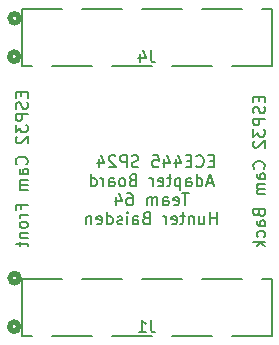
<source format=gbo>
%TF.GenerationSoftware,KiCad,Pcbnew,8.0.1*%
%TF.CreationDate,2024-04-01T15:48:33-05:00*%
%TF.ProjectId,adapter_board,61646170-7465-4725-9f62-6f6172642e6b,rev?*%
%TF.SameCoordinates,Original*%
%TF.FileFunction,Legend,Bot*%
%TF.FilePolarity,Positive*%
%FSLAX46Y46*%
G04 Gerber Fmt 4.6, Leading zero omitted, Abs format (unit mm)*
G04 Created by KiCad (PCBNEW 8.0.1) date 2024-04-01 15:48:33*
%MOMM*%
%LPD*%
G01*
G04 APERTURE LIST*
%ADD10C,0.150000*%
%ADD11C,0.508000*%
%ADD12C,0.152400*%
G04 APERTURE END LIST*
D10*
X170678214Y-70476177D02*
X170344881Y-70476177D01*
X170202024Y-70999987D02*
X170678214Y-70999987D01*
X170678214Y-70999987D02*
X170678214Y-69999987D01*
X170678214Y-69999987D02*
X170202024Y-69999987D01*
X169202024Y-70904748D02*
X169249643Y-70952368D01*
X169249643Y-70952368D02*
X169392500Y-70999987D01*
X169392500Y-70999987D02*
X169487738Y-70999987D01*
X169487738Y-70999987D02*
X169630595Y-70952368D01*
X169630595Y-70952368D02*
X169725833Y-70857129D01*
X169725833Y-70857129D02*
X169773452Y-70761891D01*
X169773452Y-70761891D02*
X169821071Y-70571415D01*
X169821071Y-70571415D02*
X169821071Y-70428558D01*
X169821071Y-70428558D02*
X169773452Y-70238082D01*
X169773452Y-70238082D02*
X169725833Y-70142844D01*
X169725833Y-70142844D02*
X169630595Y-70047606D01*
X169630595Y-70047606D02*
X169487738Y-69999987D01*
X169487738Y-69999987D02*
X169392500Y-69999987D01*
X169392500Y-69999987D02*
X169249643Y-70047606D01*
X169249643Y-70047606D02*
X169202024Y-70095225D01*
X168773452Y-70476177D02*
X168440119Y-70476177D01*
X168297262Y-70999987D02*
X168773452Y-70999987D01*
X168773452Y-70999987D02*
X168773452Y-69999987D01*
X168773452Y-69999987D02*
X168297262Y-69999987D01*
X167440119Y-70333320D02*
X167440119Y-70999987D01*
X167678214Y-69952368D02*
X167916309Y-70666653D01*
X167916309Y-70666653D02*
X167297262Y-70666653D01*
X166487738Y-70333320D02*
X166487738Y-70999987D01*
X166725833Y-69952368D02*
X166963928Y-70666653D01*
X166963928Y-70666653D02*
X166344881Y-70666653D01*
X165487738Y-69999987D02*
X165963928Y-69999987D01*
X165963928Y-69999987D02*
X166011547Y-70476177D01*
X166011547Y-70476177D02*
X165963928Y-70428558D01*
X165963928Y-70428558D02*
X165868690Y-70380939D01*
X165868690Y-70380939D02*
X165630595Y-70380939D01*
X165630595Y-70380939D02*
X165535357Y-70428558D01*
X165535357Y-70428558D02*
X165487738Y-70476177D01*
X165487738Y-70476177D02*
X165440119Y-70571415D01*
X165440119Y-70571415D02*
X165440119Y-70809510D01*
X165440119Y-70809510D02*
X165487738Y-70904748D01*
X165487738Y-70904748D02*
X165535357Y-70952368D01*
X165535357Y-70952368D02*
X165630595Y-70999987D01*
X165630595Y-70999987D02*
X165868690Y-70999987D01*
X165868690Y-70999987D02*
X165963928Y-70952368D01*
X165963928Y-70952368D02*
X166011547Y-70904748D01*
X164297261Y-70952368D02*
X164154404Y-70999987D01*
X164154404Y-70999987D02*
X163916309Y-70999987D01*
X163916309Y-70999987D02*
X163821071Y-70952368D01*
X163821071Y-70952368D02*
X163773452Y-70904748D01*
X163773452Y-70904748D02*
X163725833Y-70809510D01*
X163725833Y-70809510D02*
X163725833Y-70714272D01*
X163725833Y-70714272D02*
X163773452Y-70619034D01*
X163773452Y-70619034D02*
X163821071Y-70571415D01*
X163821071Y-70571415D02*
X163916309Y-70523796D01*
X163916309Y-70523796D02*
X164106785Y-70476177D01*
X164106785Y-70476177D02*
X164202023Y-70428558D01*
X164202023Y-70428558D02*
X164249642Y-70380939D01*
X164249642Y-70380939D02*
X164297261Y-70285701D01*
X164297261Y-70285701D02*
X164297261Y-70190463D01*
X164297261Y-70190463D02*
X164249642Y-70095225D01*
X164249642Y-70095225D02*
X164202023Y-70047606D01*
X164202023Y-70047606D02*
X164106785Y-69999987D01*
X164106785Y-69999987D02*
X163868690Y-69999987D01*
X163868690Y-69999987D02*
X163725833Y-70047606D01*
X163297261Y-70999987D02*
X163297261Y-69999987D01*
X163297261Y-69999987D02*
X162916309Y-69999987D01*
X162916309Y-69999987D02*
X162821071Y-70047606D01*
X162821071Y-70047606D02*
X162773452Y-70095225D01*
X162773452Y-70095225D02*
X162725833Y-70190463D01*
X162725833Y-70190463D02*
X162725833Y-70333320D01*
X162725833Y-70333320D02*
X162773452Y-70428558D01*
X162773452Y-70428558D02*
X162821071Y-70476177D01*
X162821071Y-70476177D02*
X162916309Y-70523796D01*
X162916309Y-70523796D02*
X163297261Y-70523796D01*
X162344880Y-70095225D02*
X162297261Y-70047606D01*
X162297261Y-70047606D02*
X162202023Y-69999987D01*
X162202023Y-69999987D02*
X161963928Y-69999987D01*
X161963928Y-69999987D02*
X161868690Y-70047606D01*
X161868690Y-70047606D02*
X161821071Y-70095225D01*
X161821071Y-70095225D02*
X161773452Y-70190463D01*
X161773452Y-70190463D02*
X161773452Y-70285701D01*
X161773452Y-70285701D02*
X161821071Y-70428558D01*
X161821071Y-70428558D02*
X162392499Y-70999987D01*
X162392499Y-70999987D02*
X161773452Y-70999987D01*
X160916309Y-70333320D02*
X160916309Y-70999987D01*
X161154404Y-69952368D02*
X161392499Y-70666653D01*
X161392499Y-70666653D02*
X160773452Y-70666653D01*
X170559167Y-72324216D02*
X170082977Y-72324216D01*
X170654405Y-72609931D02*
X170321072Y-71609931D01*
X170321072Y-71609931D02*
X169987739Y-72609931D01*
X169225834Y-72609931D02*
X169225834Y-71609931D01*
X169225834Y-72562312D02*
X169321072Y-72609931D01*
X169321072Y-72609931D02*
X169511548Y-72609931D01*
X169511548Y-72609931D02*
X169606786Y-72562312D01*
X169606786Y-72562312D02*
X169654405Y-72514692D01*
X169654405Y-72514692D02*
X169702024Y-72419454D01*
X169702024Y-72419454D02*
X169702024Y-72133740D01*
X169702024Y-72133740D02*
X169654405Y-72038502D01*
X169654405Y-72038502D02*
X169606786Y-71990883D01*
X169606786Y-71990883D02*
X169511548Y-71943264D01*
X169511548Y-71943264D02*
X169321072Y-71943264D01*
X169321072Y-71943264D02*
X169225834Y-71990883D01*
X168321072Y-72609931D02*
X168321072Y-72086121D01*
X168321072Y-72086121D02*
X168368691Y-71990883D01*
X168368691Y-71990883D02*
X168463929Y-71943264D01*
X168463929Y-71943264D02*
X168654405Y-71943264D01*
X168654405Y-71943264D02*
X168749643Y-71990883D01*
X168321072Y-72562312D02*
X168416310Y-72609931D01*
X168416310Y-72609931D02*
X168654405Y-72609931D01*
X168654405Y-72609931D02*
X168749643Y-72562312D01*
X168749643Y-72562312D02*
X168797262Y-72467073D01*
X168797262Y-72467073D02*
X168797262Y-72371835D01*
X168797262Y-72371835D02*
X168749643Y-72276597D01*
X168749643Y-72276597D02*
X168654405Y-72228978D01*
X168654405Y-72228978D02*
X168416310Y-72228978D01*
X168416310Y-72228978D02*
X168321072Y-72181359D01*
X167844881Y-71943264D02*
X167844881Y-72943264D01*
X167844881Y-71990883D02*
X167749643Y-71943264D01*
X167749643Y-71943264D02*
X167559167Y-71943264D01*
X167559167Y-71943264D02*
X167463929Y-71990883D01*
X167463929Y-71990883D02*
X167416310Y-72038502D01*
X167416310Y-72038502D02*
X167368691Y-72133740D01*
X167368691Y-72133740D02*
X167368691Y-72419454D01*
X167368691Y-72419454D02*
X167416310Y-72514692D01*
X167416310Y-72514692D02*
X167463929Y-72562312D01*
X167463929Y-72562312D02*
X167559167Y-72609931D01*
X167559167Y-72609931D02*
X167749643Y-72609931D01*
X167749643Y-72609931D02*
X167844881Y-72562312D01*
X167082976Y-71943264D02*
X166702024Y-71943264D01*
X166940119Y-71609931D02*
X166940119Y-72467073D01*
X166940119Y-72467073D02*
X166892500Y-72562312D01*
X166892500Y-72562312D02*
X166797262Y-72609931D01*
X166797262Y-72609931D02*
X166702024Y-72609931D01*
X165987738Y-72562312D02*
X166082976Y-72609931D01*
X166082976Y-72609931D02*
X166273452Y-72609931D01*
X166273452Y-72609931D02*
X166368690Y-72562312D01*
X166368690Y-72562312D02*
X166416309Y-72467073D01*
X166416309Y-72467073D02*
X166416309Y-72086121D01*
X166416309Y-72086121D02*
X166368690Y-71990883D01*
X166368690Y-71990883D02*
X166273452Y-71943264D01*
X166273452Y-71943264D02*
X166082976Y-71943264D01*
X166082976Y-71943264D02*
X165987738Y-71990883D01*
X165987738Y-71990883D02*
X165940119Y-72086121D01*
X165940119Y-72086121D02*
X165940119Y-72181359D01*
X165940119Y-72181359D02*
X166416309Y-72276597D01*
X165511547Y-72609931D02*
X165511547Y-71943264D01*
X165511547Y-72133740D02*
X165463928Y-72038502D01*
X165463928Y-72038502D02*
X165416309Y-71990883D01*
X165416309Y-71990883D02*
X165321071Y-71943264D01*
X165321071Y-71943264D02*
X165225833Y-71943264D01*
X163797261Y-72086121D02*
X163654404Y-72133740D01*
X163654404Y-72133740D02*
X163606785Y-72181359D01*
X163606785Y-72181359D02*
X163559166Y-72276597D01*
X163559166Y-72276597D02*
X163559166Y-72419454D01*
X163559166Y-72419454D02*
X163606785Y-72514692D01*
X163606785Y-72514692D02*
X163654404Y-72562312D01*
X163654404Y-72562312D02*
X163749642Y-72609931D01*
X163749642Y-72609931D02*
X164130594Y-72609931D01*
X164130594Y-72609931D02*
X164130594Y-71609931D01*
X164130594Y-71609931D02*
X163797261Y-71609931D01*
X163797261Y-71609931D02*
X163702023Y-71657550D01*
X163702023Y-71657550D02*
X163654404Y-71705169D01*
X163654404Y-71705169D02*
X163606785Y-71800407D01*
X163606785Y-71800407D02*
X163606785Y-71895645D01*
X163606785Y-71895645D02*
X163654404Y-71990883D01*
X163654404Y-71990883D02*
X163702023Y-72038502D01*
X163702023Y-72038502D02*
X163797261Y-72086121D01*
X163797261Y-72086121D02*
X164130594Y-72086121D01*
X162987737Y-72609931D02*
X163082975Y-72562312D01*
X163082975Y-72562312D02*
X163130594Y-72514692D01*
X163130594Y-72514692D02*
X163178213Y-72419454D01*
X163178213Y-72419454D02*
X163178213Y-72133740D01*
X163178213Y-72133740D02*
X163130594Y-72038502D01*
X163130594Y-72038502D02*
X163082975Y-71990883D01*
X163082975Y-71990883D02*
X162987737Y-71943264D01*
X162987737Y-71943264D02*
X162844880Y-71943264D01*
X162844880Y-71943264D02*
X162749642Y-71990883D01*
X162749642Y-71990883D02*
X162702023Y-72038502D01*
X162702023Y-72038502D02*
X162654404Y-72133740D01*
X162654404Y-72133740D02*
X162654404Y-72419454D01*
X162654404Y-72419454D02*
X162702023Y-72514692D01*
X162702023Y-72514692D02*
X162749642Y-72562312D01*
X162749642Y-72562312D02*
X162844880Y-72609931D01*
X162844880Y-72609931D02*
X162987737Y-72609931D01*
X161797261Y-72609931D02*
X161797261Y-72086121D01*
X161797261Y-72086121D02*
X161844880Y-71990883D01*
X161844880Y-71990883D02*
X161940118Y-71943264D01*
X161940118Y-71943264D02*
X162130594Y-71943264D01*
X162130594Y-71943264D02*
X162225832Y-71990883D01*
X161797261Y-72562312D02*
X161892499Y-72609931D01*
X161892499Y-72609931D02*
X162130594Y-72609931D01*
X162130594Y-72609931D02*
X162225832Y-72562312D01*
X162225832Y-72562312D02*
X162273451Y-72467073D01*
X162273451Y-72467073D02*
X162273451Y-72371835D01*
X162273451Y-72371835D02*
X162225832Y-72276597D01*
X162225832Y-72276597D02*
X162130594Y-72228978D01*
X162130594Y-72228978D02*
X161892499Y-72228978D01*
X161892499Y-72228978D02*
X161797261Y-72181359D01*
X161321070Y-72609931D02*
X161321070Y-71943264D01*
X161321070Y-72133740D02*
X161273451Y-72038502D01*
X161273451Y-72038502D02*
X161225832Y-71990883D01*
X161225832Y-71990883D02*
X161130594Y-71943264D01*
X161130594Y-71943264D02*
X161035356Y-71943264D01*
X160273451Y-72609931D02*
X160273451Y-71609931D01*
X160273451Y-72562312D02*
X160368689Y-72609931D01*
X160368689Y-72609931D02*
X160559165Y-72609931D01*
X160559165Y-72609931D02*
X160654403Y-72562312D01*
X160654403Y-72562312D02*
X160702022Y-72514692D01*
X160702022Y-72514692D02*
X160749641Y-72419454D01*
X160749641Y-72419454D02*
X160749641Y-72133740D01*
X160749641Y-72133740D02*
X160702022Y-72038502D01*
X160702022Y-72038502D02*
X160654403Y-71990883D01*
X160654403Y-71990883D02*
X160559165Y-71943264D01*
X160559165Y-71943264D02*
X160368689Y-71943264D01*
X160368689Y-71943264D02*
X160273451Y-71990883D01*
X168559166Y-73219875D02*
X167987738Y-73219875D01*
X168273452Y-74219875D02*
X168273452Y-73219875D01*
X167273452Y-74172256D02*
X167368690Y-74219875D01*
X167368690Y-74219875D02*
X167559166Y-74219875D01*
X167559166Y-74219875D02*
X167654404Y-74172256D01*
X167654404Y-74172256D02*
X167702023Y-74077017D01*
X167702023Y-74077017D02*
X167702023Y-73696065D01*
X167702023Y-73696065D02*
X167654404Y-73600827D01*
X167654404Y-73600827D02*
X167559166Y-73553208D01*
X167559166Y-73553208D02*
X167368690Y-73553208D01*
X167368690Y-73553208D02*
X167273452Y-73600827D01*
X167273452Y-73600827D02*
X167225833Y-73696065D01*
X167225833Y-73696065D02*
X167225833Y-73791303D01*
X167225833Y-73791303D02*
X167702023Y-73886541D01*
X166368690Y-74219875D02*
X166368690Y-73696065D01*
X166368690Y-73696065D02*
X166416309Y-73600827D01*
X166416309Y-73600827D02*
X166511547Y-73553208D01*
X166511547Y-73553208D02*
X166702023Y-73553208D01*
X166702023Y-73553208D02*
X166797261Y-73600827D01*
X166368690Y-74172256D02*
X166463928Y-74219875D01*
X166463928Y-74219875D02*
X166702023Y-74219875D01*
X166702023Y-74219875D02*
X166797261Y-74172256D01*
X166797261Y-74172256D02*
X166844880Y-74077017D01*
X166844880Y-74077017D02*
X166844880Y-73981779D01*
X166844880Y-73981779D02*
X166797261Y-73886541D01*
X166797261Y-73886541D02*
X166702023Y-73838922D01*
X166702023Y-73838922D02*
X166463928Y-73838922D01*
X166463928Y-73838922D02*
X166368690Y-73791303D01*
X165892499Y-74219875D02*
X165892499Y-73553208D01*
X165892499Y-73648446D02*
X165844880Y-73600827D01*
X165844880Y-73600827D02*
X165749642Y-73553208D01*
X165749642Y-73553208D02*
X165606785Y-73553208D01*
X165606785Y-73553208D02*
X165511547Y-73600827D01*
X165511547Y-73600827D02*
X165463928Y-73696065D01*
X165463928Y-73696065D02*
X165463928Y-74219875D01*
X165463928Y-73696065D02*
X165416309Y-73600827D01*
X165416309Y-73600827D02*
X165321071Y-73553208D01*
X165321071Y-73553208D02*
X165178214Y-73553208D01*
X165178214Y-73553208D02*
X165082975Y-73600827D01*
X165082975Y-73600827D02*
X165035356Y-73696065D01*
X165035356Y-73696065D02*
X165035356Y-74219875D01*
X163368690Y-73219875D02*
X163559166Y-73219875D01*
X163559166Y-73219875D02*
X163654404Y-73267494D01*
X163654404Y-73267494D02*
X163702023Y-73315113D01*
X163702023Y-73315113D02*
X163797261Y-73457970D01*
X163797261Y-73457970D02*
X163844880Y-73648446D01*
X163844880Y-73648446D02*
X163844880Y-74029398D01*
X163844880Y-74029398D02*
X163797261Y-74124636D01*
X163797261Y-74124636D02*
X163749642Y-74172256D01*
X163749642Y-74172256D02*
X163654404Y-74219875D01*
X163654404Y-74219875D02*
X163463928Y-74219875D01*
X163463928Y-74219875D02*
X163368690Y-74172256D01*
X163368690Y-74172256D02*
X163321071Y-74124636D01*
X163321071Y-74124636D02*
X163273452Y-74029398D01*
X163273452Y-74029398D02*
X163273452Y-73791303D01*
X163273452Y-73791303D02*
X163321071Y-73696065D01*
X163321071Y-73696065D02*
X163368690Y-73648446D01*
X163368690Y-73648446D02*
X163463928Y-73600827D01*
X163463928Y-73600827D02*
X163654404Y-73600827D01*
X163654404Y-73600827D02*
X163749642Y-73648446D01*
X163749642Y-73648446D02*
X163797261Y-73696065D01*
X163797261Y-73696065D02*
X163844880Y-73791303D01*
X162416309Y-73553208D02*
X162416309Y-74219875D01*
X162654404Y-73172256D02*
X162892499Y-73886541D01*
X162892499Y-73886541D02*
X162273452Y-73886541D01*
X170916309Y-75829819D02*
X170916309Y-74829819D01*
X170916309Y-75306009D02*
X170344881Y-75306009D01*
X170344881Y-75829819D02*
X170344881Y-74829819D01*
X169440119Y-75163152D02*
X169440119Y-75829819D01*
X169868690Y-75163152D02*
X169868690Y-75686961D01*
X169868690Y-75686961D02*
X169821071Y-75782200D01*
X169821071Y-75782200D02*
X169725833Y-75829819D01*
X169725833Y-75829819D02*
X169582976Y-75829819D01*
X169582976Y-75829819D02*
X169487738Y-75782200D01*
X169487738Y-75782200D02*
X169440119Y-75734580D01*
X168963928Y-75163152D02*
X168963928Y-75829819D01*
X168963928Y-75258390D02*
X168916309Y-75210771D01*
X168916309Y-75210771D02*
X168821071Y-75163152D01*
X168821071Y-75163152D02*
X168678214Y-75163152D01*
X168678214Y-75163152D02*
X168582976Y-75210771D01*
X168582976Y-75210771D02*
X168535357Y-75306009D01*
X168535357Y-75306009D02*
X168535357Y-75829819D01*
X168202023Y-75163152D02*
X167821071Y-75163152D01*
X168059166Y-74829819D02*
X168059166Y-75686961D01*
X168059166Y-75686961D02*
X168011547Y-75782200D01*
X168011547Y-75782200D02*
X167916309Y-75829819D01*
X167916309Y-75829819D02*
X167821071Y-75829819D01*
X167106785Y-75782200D02*
X167202023Y-75829819D01*
X167202023Y-75829819D02*
X167392499Y-75829819D01*
X167392499Y-75829819D02*
X167487737Y-75782200D01*
X167487737Y-75782200D02*
X167535356Y-75686961D01*
X167535356Y-75686961D02*
X167535356Y-75306009D01*
X167535356Y-75306009D02*
X167487737Y-75210771D01*
X167487737Y-75210771D02*
X167392499Y-75163152D01*
X167392499Y-75163152D02*
X167202023Y-75163152D01*
X167202023Y-75163152D02*
X167106785Y-75210771D01*
X167106785Y-75210771D02*
X167059166Y-75306009D01*
X167059166Y-75306009D02*
X167059166Y-75401247D01*
X167059166Y-75401247D02*
X167535356Y-75496485D01*
X166630594Y-75829819D02*
X166630594Y-75163152D01*
X166630594Y-75353628D02*
X166582975Y-75258390D01*
X166582975Y-75258390D02*
X166535356Y-75210771D01*
X166535356Y-75210771D02*
X166440118Y-75163152D01*
X166440118Y-75163152D02*
X166344880Y-75163152D01*
X164916308Y-75306009D02*
X164773451Y-75353628D01*
X164773451Y-75353628D02*
X164725832Y-75401247D01*
X164725832Y-75401247D02*
X164678213Y-75496485D01*
X164678213Y-75496485D02*
X164678213Y-75639342D01*
X164678213Y-75639342D02*
X164725832Y-75734580D01*
X164725832Y-75734580D02*
X164773451Y-75782200D01*
X164773451Y-75782200D02*
X164868689Y-75829819D01*
X164868689Y-75829819D02*
X165249641Y-75829819D01*
X165249641Y-75829819D02*
X165249641Y-74829819D01*
X165249641Y-74829819D02*
X164916308Y-74829819D01*
X164916308Y-74829819D02*
X164821070Y-74877438D01*
X164821070Y-74877438D02*
X164773451Y-74925057D01*
X164773451Y-74925057D02*
X164725832Y-75020295D01*
X164725832Y-75020295D02*
X164725832Y-75115533D01*
X164725832Y-75115533D02*
X164773451Y-75210771D01*
X164773451Y-75210771D02*
X164821070Y-75258390D01*
X164821070Y-75258390D02*
X164916308Y-75306009D01*
X164916308Y-75306009D02*
X165249641Y-75306009D01*
X163821070Y-75829819D02*
X163821070Y-75306009D01*
X163821070Y-75306009D02*
X163868689Y-75210771D01*
X163868689Y-75210771D02*
X163963927Y-75163152D01*
X163963927Y-75163152D02*
X164154403Y-75163152D01*
X164154403Y-75163152D02*
X164249641Y-75210771D01*
X163821070Y-75782200D02*
X163916308Y-75829819D01*
X163916308Y-75829819D02*
X164154403Y-75829819D01*
X164154403Y-75829819D02*
X164249641Y-75782200D01*
X164249641Y-75782200D02*
X164297260Y-75686961D01*
X164297260Y-75686961D02*
X164297260Y-75591723D01*
X164297260Y-75591723D02*
X164249641Y-75496485D01*
X164249641Y-75496485D02*
X164154403Y-75448866D01*
X164154403Y-75448866D02*
X163916308Y-75448866D01*
X163916308Y-75448866D02*
X163821070Y-75401247D01*
X163344879Y-75829819D02*
X163344879Y-75163152D01*
X163344879Y-74829819D02*
X163392498Y-74877438D01*
X163392498Y-74877438D02*
X163344879Y-74925057D01*
X163344879Y-74925057D02*
X163297260Y-74877438D01*
X163297260Y-74877438D02*
X163344879Y-74829819D01*
X163344879Y-74829819D02*
X163344879Y-74925057D01*
X162916308Y-75782200D02*
X162821070Y-75829819D01*
X162821070Y-75829819D02*
X162630594Y-75829819D01*
X162630594Y-75829819D02*
X162535356Y-75782200D01*
X162535356Y-75782200D02*
X162487737Y-75686961D01*
X162487737Y-75686961D02*
X162487737Y-75639342D01*
X162487737Y-75639342D02*
X162535356Y-75544104D01*
X162535356Y-75544104D02*
X162630594Y-75496485D01*
X162630594Y-75496485D02*
X162773451Y-75496485D01*
X162773451Y-75496485D02*
X162868689Y-75448866D01*
X162868689Y-75448866D02*
X162916308Y-75353628D01*
X162916308Y-75353628D02*
X162916308Y-75306009D01*
X162916308Y-75306009D02*
X162868689Y-75210771D01*
X162868689Y-75210771D02*
X162773451Y-75163152D01*
X162773451Y-75163152D02*
X162630594Y-75163152D01*
X162630594Y-75163152D02*
X162535356Y-75210771D01*
X161630594Y-75829819D02*
X161630594Y-74829819D01*
X161630594Y-75782200D02*
X161725832Y-75829819D01*
X161725832Y-75829819D02*
X161916308Y-75829819D01*
X161916308Y-75829819D02*
X162011546Y-75782200D01*
X162011546Y-75782200D02*
X162059165Y-75734580D01*
X162059165Y-75734580D02*
X162106784Y-75639342D01*
X162106784Y-75639342D02*
X162106784Y-75353628D01*
X162106784Y-75353628D02*
X162059165Y-75258390D01*
X162059165Y-75258390D02*
X162011546Y-75210771D01*
X162011546Y-75210771D02*
X161916308Y-75163152D01*
X161916308Y-75163152D02*
X161725832Y-75163152D01*
X161725832Y-75163152D02*
X161630594Y-75210771D01*
X160773451Y-75782200D02*
X160868689Y-75829819D01*
X160868689Y-75829819D02*
X161059165Y-75829819D01*
X161059165Y-75829819D02*
X161154403Y-75782200D01*
X161154403Y-75782200D02*
X161202022Y-75686961D01*
X161202022Y-75686961D02*
X161202022Y-75306009D01*
X161202022Y-75306009D02*
X161154403Y-75210771D01*
X161154403Y-75210771D02*
X161059165Y-75163152D01*
X161059165Y-75163152D02*
X160868689Y-75163152D01*
X160868689Y-75163152D02*
X160773451Y-75210771D01*
X160773451Y-75210771D02*
X160725832Y-75306009D01*
X160725832Y-75306009D02*
X160725832Y-75401247D01*
X160725832Y-75401247D02*
X161202022Y-75496485D01*
X160297260Y-75163152D02*
X160297260Y-75829819D01*
X160297260Y-75258390D02*
X160249641Y-75210771D01*
X160249641Y-75210771D02*
X160154403Y-75163152D01*
X160154403Y-75163152D02*
X160011546Y-75163152D01*
X160011546Y-75163152D02*
X159916308Y-75210771D01*
X159916308Y-75210771D02*
X159868689Y-75306009D01*
X159868689Y-75306009D02*
X159868689Y-75829819D01*
X154386009Y-64656779D02*
X154386009Y-64990112D01*
X154909819Y-65132969D02*
X154909819Y-64656779D01*
X154909819Y-64656779D02*
X153909819Y-64656779D01*
X153909819Y-64656779D02*
X153909819Y-65132969D01*
X154862200Y-65513922D02*
X154909819Y-65656779D01*
X154909819Y-65656779D02*
X154909819Y-65894874D01*
X154909819Y-65894874D02*
X154862200Y-65990112D01*
X154862200Y-65990112D02*
X154814580Y-66037731D01*
X154814580Y-66037731D02*
X154719342Y-66085350D01*
X154719342Y-66085350D02*
X154624104Y-66085350D01*
X154624104Y-66085350D02*
X154528866Y-66037731D01*
X154528866Y-66037731D02*
X154481247Y-65990112D01*
X154481247Y-65990112D02*
X154433628Y-65894874D01*
X154433628Y-65894874D02*
X154386009Y-65704398D01*
X154386009Y-65704398D02*
X154338390Y-65609160D01*
X154338390Y-65609160D02*
X154290771Y-65561541D01*
X154290771Y-65561541D02*
X154195533Y-65513922D01*
X154195533Y-65513922D02*
X154100295Y-65513922D01*
X154100295Y-65513922D02*
X154005057Y-65561541D01*
X154005057Y-65561541D02*
X153957438Y-65609160D01*
X153957438Y-65609160D02*
X153909819Y-65704398D01*
X153909819Y-65704398D02*
X153909819Y-65942493D01*
X153909819Y-65942493D02*
X153957438Y-66085350D01*
X154909819Y-66513922D02*
X153909819Y-66513922D01*
X153909819Y-66513922D02*
X153909819Y-66894874D01*
X153909819Y-66894874D02*
X153957438Y-66990112D01*
X153957438Y-66990112D02*
X154005057Y-67037731D01*
X154005057Y-67037731D02*
X154100295Y-67085350D01*
X154100295Y-67085350D02*
X154243152Y-67085350D01*
X154243152Y-67085350D02*
X154338390Y-67037731D01*
X154338390Y-67037731D02*
X154386009Y-66990112D01*
X154386009Y-66990112D02*
X154433628Y-66894874D01*
X154433628Y-66894874D02*
X154433628Y-66513922D01*
X153909819Y-67418684D02*
X153909819Y-68037731D01*
X153909819Y-68037731D02*
X154290771Y-67704398D01*
X154290771Y-67704398D02*
X154290771Y-67847255D01*
X154290771Y-67847255D02*
X154338390Y-67942493D01*
X154338390Y-67942493D02*
X154386009Y-67990112D01*
X154386009Y-67990112D02*
X154481247Y-68037731D01*
X154481247Y-68037731D02*
X154719342Y-68037731D01*
X154719342Y-68037731D02*
X154814580Y-67990112D01*
X154814580Y-67990112D02*
X154862200Y-67942493D01*
X154862200Y-67942493D02*
X154909819Y-67847255D01*
X154909819Y-67847255D02*
X154909819Y-67561541D01*
X154909819Y-67561541D02*
X154862200Y-67466303D01*
X154862200Y-67466303D02*
X154814580Y-67418684D01*
X154005057Y-68418684D02*
X153957438Y-68466303D01*
X153957438Y-68466303D02*
X153909819Y-68561541D01*
X153909819Y-68561541D02*
X153909819Y-68799636D01*
X153909819Y-68799636D02*
X153957438Y-68894874D01*
X153957438Y-68894874D02*
X154005057Y-68942493D01*
X154005057Y-68942493D02*
X154100295Y-68990112D01*
X154100295Y-68990112D02*
X154195533Y-68990112D01*
X154195533Y-68990112D02*
X154338390Y-68942493D01*
X154338390Y-68942493D02*
X154909819Y-68371065D01*
X154909819Y-68371065D02*
X154909819Y-68990112D01*
X154814580Y-70752017D02*
X154862200Y-70704398D01*
X154862200Y-70704398D02*
X154909819Y-70561541D01*
X154909819Y-70561541D02*
X154909819Y-70466303D01*
X154909819Y-70466303D02*
X154862200Y-70323446D01*
X154862200Y-70323446D02*
X154766961Y-70228208D01*
X154766961Y-70228208D02*
X154671723Y-70180589D01*
X154671723Y-70180589D02*
X154481247Y-70132970D01*
X154481247Y-70132970D02*
X154338390Y-70132970D01*
X154338390Y-70132970D02*
X154147914Y-70180589D01*
X154147914Y-70180589D02*
X154052676Y-70228208D01*
X154052676Y-70228208D02*
X153957438Y-70323446D01*
X153957438Y-70323446D02*
X153909819Y-70466303D01*
X153909819Y-70466303D02*
X153909819Y-70561541D01*
X153909819Y-70561541D02*
X153957438Y-70704398D01*
X153957438Y-70704398D02*
X154005057Y-70752017D01*
X154909819Y-71609160D02*
X154386009Y-71609160D01*
X154386009Y-71609160D02*
X154290771Y-71561541D01*
X154290771Y-71561541D02*
X154243152Y-71466303D01*
X154243152Y-71466303D02*
X154243152Y-71275827D01*
X154243152Y-71275827D02*
X154290771Y-71180589D01*
X154862200Y-71609160D02*
X154909819Y-71513922D01*
X154909819Y-71513922D02*
X154909819Y-71275827D01*
X154909819Y-71275827D02*
X154862200Y-71180589D01*
X154862200Y-71180589D02*
X154766961Y-71132970D01*
X154766961Y-71132970D02*
X154671723Y-71132970D01*
X154671723Y-71132970D02*
X154576485Y-71180589D01*
X154576485Y-71180589D02*
X154528866Y-71275827D01*
X154528866Y-71275827D02*
X154528866Y-71513922D01*
X154528866Y-71513922D02*
X154481247Y-71609160D01*
X154909819Y-72085351D02*
X154243152Y-72085351D01*
X154338390Y-72085351D02*
X154290771Y-72132970D01*
X154290771Y-72132970D02*
X154243152Y-72228208D01*
X154243152Y-72228208D02*
X154243152Y-72371065D01*
X154243152Y-72371065D02*
X154290771Y-72466303D01*
X154290771Y-72466303D02*
X154386009Y-72513922D01*
X154386009Y-72513922D02*
X154909819Y-72513922D01*
X154386009Y-72513922D02*
X154290771Y-72561541D01*
X154290771Y-72561541D02*
X154243152Y-72656779D01*
X154243152Y-72656779D02*
X154243152Y-72799636D01*
X154243152Y-72799636D02*
X154290771Y-72894875D01*
X154290771Y-72894875D02*
X154386009Y-72942494D01*
X154386009Y-72942494D02*
X154909819Y-72942494D01*
X154386009Y-74513922D02*
X154386009Y-74180589D01*
X154909819Y-74180589D02*
X153909819Y-74180589D01*
X153909819Y-74180589D02*
X153909819Y-74656779D01*
X154909819Y-75037732D02*
X154243152Y-75037732D01*
X154433628Y-75037732D02*
X154338390Y-75085351D01*
X154338390Y-75085351D02*
X154290771Y-75132970D01*
X154290771Y-75132970D02*
X154243152Y-75228208D01*
X154243152Y-75228208D02*
X154243152Y-75323446D01*
X154909819Y-75799637D02*
X154862200Y-75704399D01*
X154862200Y-75704399D02*
X154814580Y-75656780D01*
X154814580Y-75656780D02*
X154719342Y-75609161D01*
X154719342Y-75609161D02*
X154433628Y-75609161D01*
X154433628Y-75609161D02*
X154338390Y-75656780D01*
X154338390Y-75656780D02*
X154290771Y-75704399D01*
X154290771Y-75704399D02*
X154243152Y-75799637D01*
X154243152Y-75799637D02*
X154243152Y-75942494D01*
X154243152Y-75942494D02*
X154290771Y-76037732D01*
X154290771Y-76037732D02*
X154338390Y-76085351D01*
X154338390Y-76085351D02*
X154433628Y-76132970D01*
X154433628Y-76132970D02*
X154719342Y-76132970D01*
X154719342Y-76132970D02*
X154814580Y-76085351D01*
X154814580Y-76085351D02*
X154862200Y-76037732D01*
X154862200Y-76037732D02*
X154909819Y-75942494D01*
X154909819Y-75942494D02*
X154909819Y-75799637D01*
X154243152Y-76561542D02*
X154909819Y-76561542D01*
X154338390Y-76561542D02*
X154290771Y-76609161D01*
X154290771Y-76609161D02*
X154243152Y-76704399D01*
X154243152Y-76704399D02*
X154243152Y-76847256D01*
X154243152Y-76847256D02*
X154290771Y-76942494D01*
X154290771Y-76942494D02*
X154386009Y-76990113D01*
X154386009Y-76990113D02*
X154909819Y-76990113D01*
X154243152Y-77323447D02*
X154243152Y-77704399D01*
X153909819Y-77466304D02*
X154766961Y-77466304D01*
X154766961Y-77466304D02*
X154862200Y-77513923D01*
X154862200Y-77513923D02*
X154909819Y-77609161D01*
X154909819Y-77609161D02*
X154909819Y-77704399D01*
X174476009Y-65026779D02*
X174476009Y-65360112D01*
X174999819Y-65502969D02*
X174999819Y-65026779D01*
X174999819Y-65026779D02*
X173999819Y-65026779D01*
X173999819Y-65026779D02*
X173999819Y-65502969D01*
X174952200Y-65883922D02*
X174999819Y-66026779D01*
X174999819Y-66026779D02*
X174999819Y-66264874D01*
X174999819Y-66264874D02*
X174952200Y-66360112D01*
X174952200Y-66360112D02*
X174904580Y-66407731D01*
X174904580Y-66407731D02*
X174809342Y-66455350D01*
X174809342Y-66455350D02*
X174714104Y-66455350D01*
X174714104Y-66455350D02*
X174618866Y-66407731D01*
X174618866Y-66407731D02*
X174571247Y-66360112D01*
X174571247Y-66360112D02*
X174523628Y-66264874D01*
X174523628Y-66264874D02*
X174476009Y-66074398D01*
X174476009Y-66074398D02*
X174428390Y-65979160D01*
X174428390Y-65979160D02*
X174380771Y-65931541D01*
X174380771Y-65931541D02*
X174285533Y-65883922D01*
X174285533Y-65883922D02*
X174190295Y-65883922D01*
X174190295Y-65883922D02*
X174095057Y-65931541D01*
X174095057Y-65931541D02*
X174047438Y-65979160D01*
X174047438Y-65979160D02*
X173999819Y-66074398D01*
X173999819Y-66074398D02*
X173999819Y-66312493D01*
X173999819Y-66312493D02*
X174047438Y-66455350D01*
X174999819Y-66883922D02*
X173999819Y-66883922D01*
X173999819Y-66883922D02*
X173999819Y-67264874D01*
X173999819Y-67264874D02*
X174047438Y-67360112D01*
X174047438Y-67360112D02*
X174095057Y-67407731D01*
X174095057Y-67407731D02*
X174190295Y-67455350D01*
X174190295Y-67455350D02*
X174333152Y-67455350D01*
X174333152Y-67455350D02*
X174428390Y-67407731D01*
X174428390Y-67407731D02*
X174476009Y-67360112D01*
X174476009Y-67360112D02*
X174523628Y-67264874D01*
X174523628Y-67264874D02*
X174523628Y-66883922D01*
X173999819Y-67788684D02*
X173999819Y-68407731D01*
X173999819Y-68407731D02*
X174380771Y-68074398D01*
X174380771Y-68074398D02*
X174380771Y-68217255D01*
X174380771Y-68217255D02*
X174428390Y-68312493D01*
X174428390Y-68312493D02*
X174476009Y-68360112D01*
X174476009Y-68360112D02*
X174571247Y-68407731D01*
X174571247Y-68407731D02*
X174809342Y-68407731D01*
X174809342Y-68407731D02*
X174904580Y-68360112D01*
X174904580Y-68360112D02*
X174952200Y-68312493D01*
X174952200Y-68312493D02*
X174999819Y-68217255D01*
X174999819Y-68217255D02*
X174999819Y-67931541D01*
X174999819Y-67931541D02*
X174952200Y-67836303D01*
X174952200Y-67836303D02*
X174904580Y-67788684D01*
X174095057Y-68788684D02*
X174047438Y-68836303D01*
X174047438Y-68836303D02*
X173999819Y-68931541D01*
X173999819Y-68931541D02*
X173999819Y-69169636D01*
X173999819Y-69169636D02*
X174047438Y-69264874D01*
X174047438Y-69264874D02*
X174095057Y-69312493D01*
X174095057Y-69312493D02*
X174190295Y-69360112D01*
X174190295Y-69360112D02*
X174285533Y-69360112D01*
X174285533Y-69360112D02*
X174428390Y-69312493D01*
X174428390Y-69312493D02*
X174999819Y-68741065D01*
X174999819Y-68741065D02*
X174999819Y-69360112D01*
X174904580Y-71122017D02*
X174952200Y-71074398D01*
X174952200Y-71074398D02*
X174999819Y-70931541D01*
X174999819Y-70931541D02*
X174999819Y-70836303D01*
X174999819Y-70836303D02*
X174952200Y-70693446D01*
X174952200Y-70693446D02*
X174856961Y-70598208D01*
X174856961Y-70598208D02*
X174761723Y-70550589D01*
X174761723Y-70550589D02*
X174571247Y-70502970D01*
X174571247Y-70502970D02*
X174428390Y-70502970D01*
X174428390Y-70502970D02*
X174237914Y-70550589D01*
X174237914Y-70550589D02*
X174142676Y-70598208D01*
X174142676Y-70598208D02*
X174047438Y-70693446D01*
X174047438Y-70693446D02*
X173999819Y-70836303D01*
X173999819Y-70836303D02*
X173999819Y-70931541D01*
X173999819Y-70931541D02*
X174047438Y-71074398D01*
X174047438Y-71074398D02*
X174095057Y-71122017D01*
X174999819Y-71979160D02*
X174476009Y-71979160D01*
X174476009Y-71979160D02*
X174380771Y-71931541D01*
X174380771Y-71931541D02*
X174333152Y-71836303D01*
X174333152Y-71836303D02*
X174333152Y-71645827D01*
X174333152Y-71645827D02*
X174380771Y-71550589D01*
X174952200Y-71979160D02*
X174999819Y-71883922D01*
X174999819Y-71883922D02*
X174999819Y-71645827D01*
X174999819Y-71645827D02*
X174952200Y-71550589D01*
X174952200Y-71550589D02*
X174856961Y-71502970D01*
X174856961Y-71502970D02*
X174761723Y-71502970D01*
X174761723Y-71502970D02*
X174666485Y-71550589D01*
X174666485Y-71550589D02*
X174618866Y-71645827D01*
X174618866Y-71645827D02*
X174618866Y-71883922D01*
X174618866Y-71883922D02*
X174571247Y-71979160D01*
X174999819Y-72455351D02*
X174333152Y-72455351D01*
X174428390Y-72455351D02*
X174380771Y-72502970D01*
X174380771Y-72502970D02*
X174333152Y-72598208D01*
X174333152Y-72598208D02*
X174333152Y-72741065D01*
X174333152Y-72741065D02*
X174380771Y-72836303D01*
X174380771Y-72836303D02*
X174476009Y-72883922D01*
X174476009Y-72883922D02*
X174999819Y-72883922D01*
X174476009Y-72883922D02*
X174380771Y-72931541D01*
X174380771Y-72931541D02*
X174333152Y-73026779D01*
X174333152Y-73026779D02*
X174333152Y-73169636D01*
X174333152Y-73169636D02*
X174380771Y-73264875D01*
X174380771Y-73264875D02*
X174476009Y-73312494D01*
X174476009Y-73312494D02*
X174999819Y-73312494D01*
X174476009Y-74883922D02*
X174523628Y-75026779D01*
X174523628Y-75026779D02*
X174571247Y-75074398D01*
X174571247Y-75074398D02*
X174666485Y-75122017D01*
X174666485Y-75122017D02*
X174809342Y-75122017D01*
X174809342Y-75122017D02*
X174904580Y-75074398D01*
X174904580Y-75074398D02*
X174952200Y-75026779D01*
X174952200Y-75026779D02*
X174999819Y-74931541D01*
X174999819Y-74931541D02*
X174999819Y-74550589D01*
X174999819Y-74550589D02*
X173999819Y-74550589D01*
X173999819Y-74550589D02*
X173999819Y-74883922D01*
X173999819Y-74883922D02*
X174047438Y-74979160D01*
X174047438Y-74979160D02*
X174095057Y-75026779D01*
X174095057Y-75026779D02*
X174190295Y-75074398D01*
X174190295Y-75074398D02*
X174285533Y-75074398D01*
X174285533Y-75074398D02*
X174380771Y-75026779D01*
X174380771Y-75026779D02*
X174428390Y-74979160D01*
X174428390Y-74979160D02*
X174476009Y-74883922D01*
X174476009Y-74883922D02*
X174476009Y-74550589D01*
X174999819Y-75979160D02*
X174476009Y-75979160D01*
X174476009Y-75979160D02*
X174380771Y-75931541D01*
X174380771Y-75931541D02*
X174333152Y-75836303D01*
X174333152Y-75836303D02*
X174333152Y-75645827D01*
X174333152Y-75645827D02*
X174380771Y-75550589D01*
X174952200Y-75979160D02*
X174999819Y-75883922D01*
X174999819Y-75883922D02*
X174999819Y-75645827D01*
X174999819Y-75645827D02*
X174952200Y-75550589D01*
X174952200Y-75550589D02*
X174856961Y-75502970D01*
X174856961Y-75502970D02*
X174761723Y-75502970D01*
X174761723Y-75502970D02*
X174666485Y-75550589D01*
X174666485Y-75550589D02*
X174618866Y-75645827D01*
X174618866Y-75645827D02*
X174618866Y-75883922D01*
X174618866Y-75883922D02*
X174571247Y-75979160D01*
X174952200Y-76883922D02*
X174999819Y-76788684D01*
X174999819Y-76788684D02*
X174999819Y-76598208D01*
X174999819Y-76598208D02*
X174952200Y-76502970D01*
X174952200Y-76502970D02*
X174904580Y-76455351D01*
X174904580Y-76455351D02*
X174809342Y-76407732D01*
X174809342Y-76407732D02*
X174523628Y-76407732D01*
X174523628Y-76407732D02*
X174428390Y-76455351D01*
X174428390Y-76455351D02*
X174380771Y-76502970D01*
X174380771Y-76502970D02*
X174333152Y-76598208D01*
X174333152Y-76598208D02*
X174333152Y-76788684D01*
X174333152Y-76788684D02*
X174380771Y-76883922D01*
X174999819Y-77312494D02*
X173999819Y-77312494D01*
X174618866Y-77407732D02*
X174999819Y-77693446D01*
X174333152Y-77693446D02*
X174714104Y-77312494D01*
X165333333Y-83965819D02*
X165333333Y-84680104D01*
X165333333Y-84680104D02*
X165380952Y-84822961D01*
X165380952Y-84822961D02*
X165476190Y-84918200D01*
X165476190Y-84918200D02*
X165619047Y-84965819D01*
X165619047Y-84965819D02*
X165714285Y-84965819D01*
X164333333Y-84965819D02*
X164904761Y-84965819D01*
X164619047Y-84965819D02*
X164619047Y-83965819D01*
X164619047Y-83965819D02*
X164714285Y-84108676D01*
X164714285Y-84108676D02*
X164809523Y-84203914D01*
X164809523Y-84203914D02*
X164904761Y-84251533D01*
X165333333Y-61105819D02*
X165333333Y-61820104D01*
X165333333Y-61820104D02*
X165380952Y-61962961D01*
X165380952Y-61962961D02*
X165476190Y-62058200D01*
X165476190Y-62058200D02*
X165619047Y-62105819D01*
X165619047Y-62105819D02*
X165714285Y-62105819D01*
X164428571Y-61439152D02*
X164428571Y-62105819D01*
X164666666Y-61058200D02*
X164904761Y-61772485D01*
X164904761Y-61772485D02*
X164285714Y-61772485D01*
D11*
%TO.C,J3*%
X154192300Y-58399945D02*
G75*
G02*
X153430300Y-58399945I-381000J0D01*
G01*
X153430300Y-58399945D02*
G75*
G02*
X154192300Y-58399945I381000J0D01*
G01*
%TO.C,J2*%
X154192300Y-80399945D02*
G75*
G02*
X153430300Y-80399945I-381000J0D01*
G01*
X153430300Y-80399945D02*
G75*
G02*
X154192300Y-80399945I381000J0D01*
G01*
D12*
%TO.C,J1*%
X154408200Y-80434300D02*
X154408200Y-85285700D01*
X154408200Y-85285700D02*
X155281960Y-85285700D01*
X156938040Y-85285700D02*
X160361960Y-85285700D01*
X157821960Y-80434300D02*
X154408200Y-80434300D01*
X162018040Y-85285700D02*
X165441960Y-85285700D01*
X162901960Y-80434300D02*
X159478040Y-80434300D01*
X167098040Y-85285700D02*
X170521960Y-85285700D01*
X167981960Y-80434300D02*
X164558040Y-80434300D01*
X172178040Y-85285700D02*
X175591800Y-85285700D01*
X173061960Y-80434300D02*
X169638040Y-80434300D01*
X175591800Y-80434300D02*
X174718040Y-80434300D01*
X175591800Y-85285700D02*
X175591800Y-80434300D01*
D11*
X154154200Y-84511000D02*
G75*
G02*
X153392200Y-84511000I-381000J0D01*
G01*
X153392200Y-84511000D02*
G75*
G02*
X154154200Y-84511000I381000J0D01*
G01*
D12*
%TO.C,J4*%
X154408200Y-57574300D02*
X154408200Y-62425700D01*
X154408200Y-62425700D02*
X155281960Y-62425700D01*
X156938040Y-62425700D02*
X160361960Y-62425700D01*
X157821960Y-57574300D02*
X154408200Y-57574300D01*
X162018040Y-62425700D02*
X165441960Y-62425700D01*
X162901960Y-57574300D02*
X159478040Y-57574300D01*
X167098040Y-62425700D02*
X170521960Y-62425700D01*
X167981960Y-57574300D02*
X164558040Y-57574300D01*
X172178040Y-62425700D02*
X175591800Y-62425700D01*
X173061960Y-57574300D02*
X169638040Y-57574300D01*
X175591800Y-57574300D02*
X174718040Y-57574300D01*
X175591800Y-62425700D02*
X175591800Y-57574300D01*
D11*
X154154200Y-61651000D02*
G75*
G02*
X153392200Y-61651000I-381000J0D01*
G01*
X153392200Y-61651000D02*
G75*
G02*
X154154200Y-61651000I381000J0D01*
G01*
%TD*%
M02*

</source>
